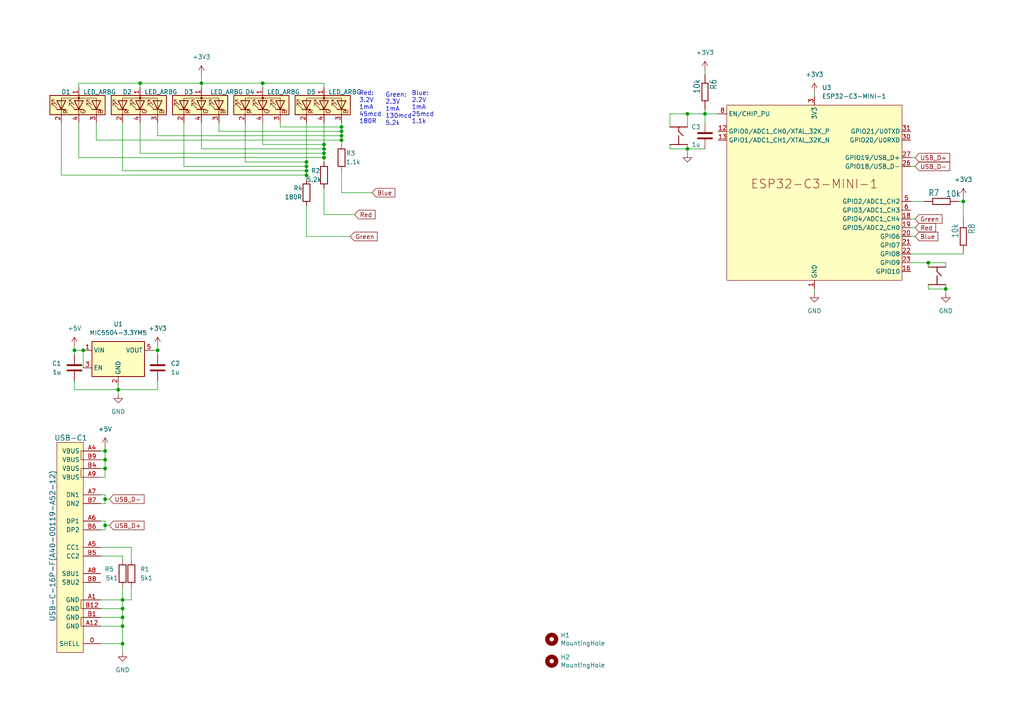
<source format=kicad_sch>
(kicad_sch (version 20231120) (generator "eeschema") (generator_version "8.0")
  (paper "A4")
  (title_block (title "Rapid Training Target") (date "2023-08-28") (rev "C") (company "Rev C: Added Bootstrapping") (comment 1 "Rev B: Change to integrated MCU") (comment 2 "Rev A: Initial Commit"))
  (lib_symbols
    (symbol "+5V_2" (power) (pin_names (offset 0))
      (property "Value" "+5V_2" (at 0 3.556 0))
      (symbol "+5V_2_0_1"
        (polyline (pts (xy -0.762 1.27) (xy 0 2.54)))
        (polyline (pts (xy 0 0) (xy 0 2.54)))
        (polyline (pts (xy 0 2.54) (xy 0.762 1.27)))
      )
      (symbol "+5V_2_1_1"
        (pin power_in line (at 0 0 90) (length 0) hide (name "+5V") (number "1"))
      )
    )
    (symbol "+5V_3" (power) (pin_names (offset 0))
      (property "Value" "+5V_3" (at 0 3.556 0))
      (symbol "+5V_3_0_1"
        (polyline (pts (xy -0.762 1.27) (xy 0 2.54)))
        (polyline (pts (xy 0 0) (xy 0 2.54)))
        (polyline (pts (xy 0 2.54) (xy 0.762 1.27)))
      )
      (symbol "+5V_3_1_1"
        (pin power_in line (at 0 0 90) (length 0) hide (name "+5V") (number "1"))
      )
    )
    (symbol "BUTTON_4PIN_TS_1177_2"
      (symbol "BUTTON_4PIN_TS_1177_2_1_0"
        (polyline (pts (xy -2.54 0) (xy 0 0)) (stroke (width 0.254)))
        (polyline (pts (xy -2.54 5.08) (xy 0 5.08)) (stroke (width 0.254)))
        (polyline (pts (xy 0 0) (xy 2.54 0)) (stroke (width 0.254)))
        (polyline (pts (xy 0 2.54) (xy 0 0)) (stroke (width 0.254)))
        (polyline (pts (xy 0 3.81) (xy 1.27 2.54)) (stroke (width 0.254)))
        (polyline (pts (xy 0 5.08) (xy 0 3.81)) (stroke (width 0.254)))
        (polyline (pts (xy 0 5.08) (xy 2.54 5.08)) (stroke (width 0.254)))
        (pin bidirectional line (at -2.54 5.08 0) (length 0) (name "1") (number "P1"))
        (pin bidirectional line (at 2.54 5.08 0) (length 0) (name "2") (number "P2"))
        (pin bidirectional line (at -2.54 0 0) (length 0) (name "3") (number "P3"))
        (pin bidirectional line (at 2.54 0 0) (length 0) (name "4") (number "P4"))
      )
    )
    (symbol "Device:C" (pin_numbers hide) (pin_names (offset 0.254))
      (property "Reference" "C" (at 0.635 2.54 0))
      (property "Value" "C" (at 0.635 -2.54 0))
      (symbol "C_0_1"
        (polyline (pts (xy -2.032 -0.762) (xy 2.032 -0.762)) (stroke (width 0.508)))
        (polyline (pts (xy -2.032 0.762) (xy 2.032 0.762)) (stroke (width 0.508)))
      )
      (symbol "C_1_1"
        (pin passive line (at 0 3.81 270) (length 2.794) (name "~") (number "1"))
        (pin passive line (at 0 -3.81 90) (length 2.794) (name "~") (number "2"))
      )
    )
    (symbol "Device:LED_ARBG" (pin_names (offset 0) hide)
      (property "Reference" "D" (at 0 9.398 0))
      (property "Value" "LED_ARBG" (at 0 -8.89 0))
      (symbol "LED_ARBG_0_0"
        (text "B" (at -1.905 -6.35 0) (effects (font (size 1.27 1.27))))
        (text "G" (at -1.905 -1.27 0) (effects (font (size 1.27 1.27))))
        (text "R" (at -1.905 3.81 0) (effects (font (size 1.27 1.27))))
      )
      (symbol "LED_ARBG_0_1"
        (polyline (pts (xy -1.27 -5.08) (xy -2.54 -5.08)))
        (polyline (pts (xy -1.27 -5.08) (xy 1.27 -5.08)))
        (polyline (pts (xy -1.27 -3.81) (xy -1.27 -6.35)) (stroke (width 0.254)))
        (polyline (pts (xy -1.27 0) (xy -2.54 0)))
        (polyline (pts (xy -1.27 1.27) (xy -1.27 -1.27)) (stroke (width 0.254)))
        (polyline (pts (xy -1.27 5.08) (xy -2.54 5.08)))
        (polyline (pts (xy -1.27 5.08) (xy 1.27 5.08)))
        (polyline (pts (xy -1.27 6.35) (xy -1.27 3.81)) (stroke (width 0.254)))
        (polyline (pts (xy 1.27 0) (xy -1.27 0)))
        (polyline (pts (xy 1.27 0) (xy 2.54 0)))
        (polyline (pts (xy -1.27 1.27) (xy -1.27 -1.27) (xy -1.27 -1.27)))
        (polyline (pts (xy -1.27 6.35) (xy -1.27 3.81) (xy -1.27 3.81)))
        (polyline (pts (xy 1.27 -5.08) (xy 2.032 -5.08) (xy 2.032 5.08) (xy 1.27 5.08)))
        (polyline (pts (xy 1.27 -3.81) (xy 1.27 -6.35) (xy -1.27 -5.08) (xy 1.27 -3.81)) (stroke (width 0.254)))
        (polyline (pts (xy 1.27 1.27) (xy 1.27 -1.27) (xy -1.27 0) (xy 1.27 1.27)) (stroke (width 0.254)))
        (polyline (pts (xy 1.27 6.35) (xy 1.27 3.81) (xy -1.27 5.08) (xy 1.27 6.35)) (stroke (width 0.254)))
        (polyline (pts (xy -1.016 -3.81) (xy 0.508 -2.286) (xy -0.254 -2.286) (xy 0.508 -2.286) (xy 0.508 -3.048)))
        (polyline (pts (xy -1.016 1.27) (xy 0.508 2.794) (xy -0.254 2.794) (xy 0.508 2.794) (xy 0.508 2.032)))
        (polyline (pts (xy -1.016 6.35) (xy 0.508 7.874) (xy -0.254 7.874) (xy 0.508 7.874) (xy 0.508 7.112)))
        (polyline (pts (xy 0 -3.81) (xy 1.524 -2.286) (xy 0.762 -2.286) (xy 1.524 -2.286) (xy 1.524 -3.048)))
        (polyline (pts (xy 0 1.27) (xy 1.524 2.794) (xy 0.762 2.794) (xy 1.524 2.794) (xy 1.524 2.032)))
        (polyline (pts (xy 0 6.35) (xy 1.524 7.874) (xy 0.762 7.874) (xy 1.524 7.874) (xy 1.524 7.112)))
        (rectangle (start 1.27 -1.27) (end 1.27 1.27))
        (rectangle (start 1.27 1.27) (end 1.27 1.27))
        (rectangle (start 1.27 3.81) (end 1.27 6.35))
        (rectangle (start 1.27 6.35) (end 1.27 6.35))
        (circle (center 2.032 0) (radius 0.254) (fill (type outline)))
        (rectangle (start 2.794 8.382) (end -2.794 -7.62) (stroke (width 0.254)) (fill (type background)))
      )
      (symbol "LED_ARBG_1_1"
        (pin passive line (at 5.08 0 180) (length 2.54) (name "A") (number "1"))
        (pin passive line (at -5.08 5.08 0) (length 2.54) (name "RK") (number "2"))
        (pin passive line (at -5.08 -5.08 0) (length 2.54) (name "BK") (number "3"))
        (pin passive line (at -5.08 0 0) (length 2.54) (name "GK") (number "4"))
      )
    )
    (symbol "Device:R" (pin_numbers hide) (pin_names (offset 0))
      (property "Reference" "R" (at 2.032 0 90))
      (property "Value" "R" (at 0 0 90))
      (symbol "R_0_1"
        (rectangle (start -1.016 -2.54) (end 1.016 2.54) (stroke (width 0.254)))
      )
      (symbol "R_1_1"
        (pin passive line (at 0 3.81 270) (length 1.27) (name "~") (number "1"))
        (pin passive line (at 0 -3.81 90) (length 1.27) (name "~") (number "2"))
      )
    )
    (symbol "GND_2" (power) (pin_names (offset 0))
      (property "Value" "GND_2" (at 0 -3.81 0))
      (symbol "GND_2_0_1"
        (polyline (pts (xy 0 0) (xy 0 -1.27) (xy 1.27 -1.27) (xy 0 -2.54) (xy -1.27 -1.27) (xy 0 -1.27)))
      )
      (symbol "GND_2_1_1"
        (pin power_in line (at 0 0 270) (length 0) hide (name "GND") (number "1"))
      )
    )
    (symbol "GND_3" (power) (pin_names (offset 0))
      (property "Value" "GND_3" (at 0 -3.81 0))
      (symbol "GND_3_0_1"
        (polyline (pts (xy 0 0) (xy 0 -1.27) (xy 1.27 -1.27) (xy 0 -2.54) (xy -1.27 -1.27) (xy 0 -1.27)))
      )
      (symbol "GND_3_1_1"
        (pin power_in line (at 0 0 270) (length 0) hide (name "GND") (number "1"))
      )
    )
    (symbol "Mechanical:MountingHole" (pin_names (offset 1.016))
      (property "Reference" "H" (at 0 5.08 0))
      (property "Value" "MountingHole" (at 0 3.175 0))
      (symbol "MountingHole_0_1"
        (circle (center 0 0) (radius 1.27) (stroke (width 1.27)))
      )
    )
    (symbol "PCM_Espressif:ESP32-C3-MINI-1"
      (property "Reference" "U" (at -25.4 30.48 0))
      (property "Value" "ESP32-C3-MINI-1" (at -25.4 27.94 0))
      (symbol "ESP32-C3-MINI-1_0_0"
        (text "ESP32-C3-MINI-1" (at 0 2.54 0) (effects (font (size 2.54 2.54))))
      )
      (symbol "ESP32-C3-MINI-1_0_1"
        (rectangle (start -25.4 25.4) (end 25.4 -25.4) (fill (type background)))
      )
      (symbol "ESP32-C3-MINI-1_1_1"
        (pin power_in line (at 0 -27.94 90) (length 2.54) (name "GND") (number "1"))
        (pin no_connect line (at -25.4 2.54 0) (length 2.54) hide (name "NC") (number "10"))
        (pin passive line (at 0 -27.94 90) (length 2.54) hide (name "GND") (number "11"))
        (pin bidirectional line (at -27.94 17.78 0) (length 2.54) (name "GPIO0/ADC1_CH0/XTAL_32K_P") (number "12"))
        (pin bidirectional line (at -27.94 15.24 0) (length 2.54) (name "GPIO1/ADC1_CH1/XTAL_32K_N") (number "13"))
        (pin passive line (at 0 -27.94 90) (length 2.54) hide (name "GND") (number "14"))
        (pin no_connect line (at -25.4 0 0) (length 2.54) hide (name "NC") (number "15"))
        (pin bidirectional line (at 27.94 -22.86 180) (length 2.54) (name "GPIO10") (number "16"))
        (pin no_connect line (at -25.4 -2.54 0) (length 2.54) hide (name "NC") (number "17"))
        (pin bidirectional line (at 27.94 -7.62 180) (length 2.54) (name "GPIO4/ADC1_CH4") (number "18"))
        (pin bidirectional line (at 27.94 -10.16 180) (length 2.54) (name "GPIO5/ADC2_CH0") (number "19"))
        (pin passive line (at 0 -27.94 90) (length 2.54) hide (name "GND") (number "2"))
        (pin bidirectional line (at 27.94 -12.7 180) (length 2.54) (name "GPIO6") (number "20"))
        (pin bidirectional line (at 27.94 -15.24 180) (length 2.54) (name "GPIO7") (number "21"))
        (pin bidirectional line (at 27.94 -17.78 180) (length 2.54) (name "GPIO8") (number "22"))
        (pin bidirectional line (at 27.94 -20.32 180) (length 2.54) (name "GPIO9") (number "23"))
        (pin no_connect line (at -25.4 -5.08 0) (length 2.54) hide (name "NC") (number "24"))
        (pin no_connect line (at -25.4 -7.62 0) (length 2.54) hide (name "NC") (number "25"))
        (pin bidirectional line (at 27.94 7.62 180) (length 2.54) (name "GPIO18/USB_D-") (number "26"))
        (pin bidirectional line (at 27.94 10.16 180) (length 2.54) (name "GPIO19/USB_D+") (number "27"))
        (pin no_connect line (at -25.4 -10.16 0) (length 2.54) hide (name "NC") (number "28"))
        (pin no_connect line (at -25.4 -12.7 0) (length 2.54) hide (name "NC") (number "29"))
        (pin power_in line (at 0 27.94 270) (length 2.54) (name "3V3") (number "3"))
        (pin bidirectional line (at 27.94 15.24 180) (length 2.54) (name "GPIO20/U0RXD") (number "30"))
        (pin bidirectional line (at 27.94 17.78 180) (length 2.54) (name "GPIO21/U0TXD") (number "31"))
        (pin no_connect line (at -25.4 -15.24 0) (length 2.54) hide (name "NC") (number "32"))
        (pin no_connect line (at -25.4 -17.78 0) (length 2.54) hide (name "NC") (number "33"))
        (pin no_connect line (at -25.4 -20.32 0) (length 2.54) hide (name "NC") (number "34"))
        (pin no_connect line (at -25.4 -22.86 0) (length 2.54) hide (name "NC") (number "35"))
        (pin passive line (at 0 -27.94 90) (length 2.54) hide (name "GND") (number "36"))
        (pin passive line (at 0 -27.94 90) (length 2.54) hide (name "GND") (number "37"))
        (pin passive line (at 0 -27.94 90) (length 2.54) hide (name "GND") (number "38"))
        (pin passive line (at 0 -27.94 90) (length 2.54) hide (name "GND") (number "39"))
        (pin no_connect line (at -25.4 10.16 0) (length 2.54) hide (name "NC") (number "4"))
        (pin passive line (at 0 -27.94 90) (length 2.54) hide (name "GND") (number "40"))
        (pin passive line (at 0 -27.94 90) (length 2.54) hide (name "GND") (number "41"))
        (pin passive line (at 0 -27.94 90) (length 2.54) hide (name "GND") (number "42"))
        (pin passive line (at 0 -27.94 90) (length 2.54) hide (name "GND") (number "43"))
        (pin passive line (at 0 -27.94 90) (length 2.54) hide (name "GND") (number "44"))
        (pin passive line (at 0 -27.94 90) (length 2.54) hide (name "GND") (number "45"))
        (pin passive line (at 0 -27.94 90) (length 2.54) hide (name "GND") (number "46"))
        (pin passive line (at 0 -27.94 90) (length 2.54) hide (name "GND") (number "47"))
        (pin passive line (at 0 -27.94 90) (length 2.54) hide (name "GND") (number "48"))
        (pin passive line (at 0 -27.94 90) (length 2.54) hide (name "GND") (number "49"))
        (pin bidirectional line (at 27.94 -2.54 180) (length 2.54) (name "GPIO2/ADC1_CH2") (number "5"))
        (pin passive line (at 0 -27.94 90) (length 2.54) hide (name "GND") (number "50"))
        (pin passive line (at 0 -27.94 90) (length 2.54) hide (name "GND") (number "51"))
        (pin passive line (at 0 -27.94 90) (length 2.54) hide (name "GND") (number "52"))
        (pin passive line (at 0 -27.94 90) (length 2.54) hide (name "GND") (number "53"))
        (pin bidirectional line (at 27.94 -5.08 180) (length 2.54) (name "GPIO3/ADC1_CH3") (number "6"))
        (pin no_connect line (at -25.4 7.62 0) (length 2.54) hide (name "NC") (number "7"))
        (pin input line (at -27.94 22.86 0) (length 2.54) (name "EN/CHIP_PU") (number "8"))
        (pin no_connect line (at -25.4 5.08 0) (length 2.54) hide (name "NC") (number "9"))
      )
    )
    (symbol "Regulator_Linear:MIC5504-3.3YM5"
      (property "Reference" "U" (at -7.62 8.89 0))
      (property "Value" "MIC5504-3.3YM5" (at -7.62 6.35 0))
      (symbol "MIC5504-3.3YM5_0_1"
        (rectangle (start -7.62 -5.08) (end 7.62 5.08) (stroke (width 0.254)) (fill (type background)))
      )
      (symbol "MIC5504-3.3YM5_1_1"
        (pin power_in line (at -10.16 2.54 0) (length 2.54) (name "VIN") (number "1"))
        (pin power_in line (at 0 -7.62 90) (length 2.54) (name "GND") (number "2"))
        (pin input line (at -10.16 -2.54 0) (length 2.54) (name "EN") (number "3"))
        (pin no_connect line (at 7.62 -2.54 180) (length 2.54) hide (name "NC") (number "4"))
        (pin power_out line (at 10.16 2.54 180) (length 2.54) (name "VOUT") (number "5"))
      )
    )
    (symbol "personal2:USB2.0_TYPE-C(A40-00119-A52-12)" (pin_names (offset 1.016))
      (property "Reference" "USB-C1" (at -5.08 33.02 0))
      (property "Value" "USB-C-16P-F(A40-00119-A52-12)" (at 7.62 -22.86 90))
      (symbol "USB2.0_TYPE-C(A40-00119-A52-12)_0_1"
        (rectangle (start -2.54 30.48) (end 5.08 -30.48) (fill (type background)))
        (polyline (pts (xy -2.54 -20.32) (xy -1.905 -20.32) (xy -1.905 -22.86) (xy -2.54 -22.86)))
        (polyline (pts (xy -2.54 -15.24) (xy -1.905 -15.24) (xy -1.905 -17.78) (xy -2.54 -17.78)))
        (polyline (pts (xy -2.54 22.86) (xy -1.905 22.86) (xy -1.905 20.32) (xy -2.54 20.32)))
        (polyline (pts (xy -2.54 27.94) (xy -1.905 27.94) (xy -1.905 25.4) (xy -2.54 25.4)))
      )
      (symbol "USB2.0_TYPE-C(A40-00119-A52-12)_1_1"
        (pin passive line (at -7.62 -27.94 0) (length 5.08) (name "SHELL") (number "0"))
        (pin power_in line (at -7.62 -15.24 0) (length 5.08) (name "GND") (number "A1"))
        (pin power_in line (at -7.62 -22.86 0) (length 5.08) (name "GND") (number "A12"))
        (pin power_in line (at -7.62 27.94 0) (length 5.08) (name "VBUS") (number "A4"))
        (pin input line (at -7.62 0 0) (length 5.08) (name "CC1") (number "A5"))
        (pin bidirectional line (at -7.62 7.62 0) (length 5.08) (name "DP1") (number "A6"))
        (pin bidirectional line (at -7.62 15.24 0) (length 5.08) (name "DN1") (number "A7"))
        (pin bidirectional line (at -7.62 -7.62 0) (length 5.08) (name "SBU1") (number "A8"))
        (pin power_in line (at -7.62 20.32 0) (length 5.08) (name "VBUS") (number "A9"))
        (pin power_in line (at -7.62 -20.32 0) (length 5.08) (name "GND") (number "B1"))
        (pin power_in line (at -7.62 -17.78 0) (length 5.08) (name "GND") (number "B12"))
        (pin power_in line (at -7.62 22.86 0) (length 5.08) (name "VBUS") (number "B4"))
        (pin input line (at -7.62 -2.54 0) (length 5.08) (name "CC2") (number "B5"))
        (pin bidirectional line (at -7.62 5.08 0) (length 5.08) (name "DP2") (number "B6"))
        (pin bidirectional line (at -7.62 12.7 0) (length 5.08) (name "DN2") (number "B7"))
        (pin bidirectional line (at -7.62 -10.16 0) (length 5.08) (name "SBU2") (number "B8"))
        (pin power_in line (at -7.62 25.4 0) (length 5.08) (name "VBUS") (number "B9"))
      )
    )
    (symbol "picoclick_c3_v1.1-eagle-import:moekoe_rcl_R0402"
      (property "Reference" "R" (at -3.81 1.4986 0))
      (symbol "moekoe_rcl_R0402_1_0"
        (polyline (pts (xy -2.54 -0.889) (xy -2.54 0.889)) (stroke (width 0.254)))
        (polyline (pts (xy -2.54 -0.889) (xy 2.54 -0.889)) (stroke (width 0.254)))
        (polyline (pts (xy 2.54 -0.889) (xy 2.54 0.889)) (stroke (width 0.254)))
        (polyline (pts (xy 2.54 0.889) (xy -2.54 0.889)) (stroke (width 0.254)))
        (pin passive line (at -5.08 0 0) (length 2.54) (name "1") (number "1"))
        (pin passive line (at 5.08 0 180) (length 2.54) (name "2") (number "2"))
      )
    )
    (symbol "power:+3V3" (power) (pin_names (offset 0))
      (property "Value" "+3V3" (at 0 3.556 0))
      (symbol "+3V3_0_1"
        (polyline (pts (xy -0.762 1.27) (xy 0 2.54)))
        (polyline (pts (xy 0 0) (xy 0 2.54)))
        (polyline (pts (xy 0 2.54) (xy 0.762 1.27)))
      )
      (symbol "+3V3_1_1"
        (pin power_in line (at 0 0 90) (length 0) hide (name "+3V3") (number "1"))
      )
    )
    (symbol "power:GND" (power) (pin_names (offset 0))
      (property "Value" "GND" (at 0 -3.81 0))
      (symbol "GND_0_1"
        (polyline (pts (xy 0 0) (xy 0 -1.27) (xy 1.27 -1.27) (xy 0 -2.54) (xy -1.27 -1.27) (xy 0 -1.27)))
      )
      (symbol "GND_1_1"
        (pin power_in line (at 0 0 270) (length 0) hide (name "GND") (number "1"))
      )
    )
  )
  (junction (at 76.2 24.13))
  (junction (at 35.56 176.53))
  (junction (at 88.9 49.53))
  (junction (at 34.29 113.03))
  (junction (at 45.72 101.6))
  (junction (at 269.24 76.2))
  (junction (at 21.59 101.6))
  (junction (at 99.06 39.37))
  (junction (at 88.9 50.8))
  (junction (at 88.9 48.26))
  (junction (at 24.13 101.6))
  (junction (at 30.48 144.78))
  (junction (at 204.47 33.02))
  (junction (at 58.42 24.13))
  (junction (at 30.48 135.89))
  (junction (at 35.56 173.99))
  (junction (at 93.98 44.45))
  (junction (at 30.48 152.4))
  (junction (at 274.32 83.82))
  (junction (at 199.39 33.02))
  (junction (at 35.56 186.69))
  (junction (at 99.06 36.83))
  (junction (at 93.98 41.91))
  (junction (at 93.98 43.18))
  (junction (at 99.06 38.1))
  (junction (at 99.06 40.64))
  (junction (at 88.9 46.99))
  (junction (at 35.56 181.61))
  (junction (at 279.4 58.42))
  (junction (at 199.39 43.18))
  (junction (at 30.48 133.35))
  (junction (at 30.48 130.81))
  (junction (at 93.98 45.72))
  (junction (at 40.64 24.13))
  (junction (at 35.56 179.07))
  (wire (pts (xy 264.16 63.5) (xy 265.43 63.5)))
  (wire (pts (xy 264.16 58.42) (xy 267.97 58.42)))
  (wire (pts (xy 35.56 179.07) (xy 35.56 176.53)))
  (wire (pts (xy 58.42 21.59) (xy 58.42 24.13)))
  (wire (pts (xy 71.12 35.56) (xy 71.12 46.99)))
  (wire (pts (xy 30.48 152.4) (xy 31.75 152.4)))
  (wire (pts (xy 93.98 41.91) (xy 93.98 43.18)))
  (wire (pts (xy 30.48 138.43) (xy 30.48 135.89)))
  (wire (pts (xy 35.56 173.99) (xy 29.21 173.99)))
  (wire (pts (xy 27.94 35.56) (xy 27.94 40.64)))
  (wire (pts (xy 30.48 144.78) (xy 31.75 144.78)))
  (wire (pts (xy 99.06 35.56) (xy 99.06 36.83)))
  (wire (pts (xy 204.47 20.32) (xy 204.47 21.59)))
  (wire (pts (xy 76.2 35.56) (xy 76.2 41.91)))
  (wire (pts (xy 264.16 45.72) (xy 265.43 45.72)))
  (wire (pts (xy 38.1 173.99) (xy 35.56 173.99)))
  (wire (pts (xy 45.72 110.49) (xy 45.72 113.03)))
  (wire (pts (xy 30.48 143.51) (xy 30.48 144.78)))
  (wire (pts (xy 58.42 35.56) (xy 58.42 43.18)))
  (wire (pts (xy 45.72 113.03) (xy 34.29 113.03)))
  (wire (pts (xy 29.21 176.53) (xy 35.56 176.53)))
  (wire (pts (xy 88.9 48.26) (xy 88.9 49.53)))
  (wire (pts (xy 22.86 35.56) (xy 22.86 45.72)))
  (wire (pts (xy 93.98 44.45) (xy 93.98 45.72)))
  (wire (pts (xy 29.21 143.51) (xy 30.48 143.51)))
  (wire (pts (xy 30.48 152.4) (xy 30.48 153.67)))
  (wire (pts (xy 204.47 33.02) (xy 204.47 35.56)))
  (wire (pts (xy 30.48 130.81) (xy 30.48 133.35)))
  (wire (pts (xy 93.98 35.56) (xy 93.98 41.91)))
  (wire (pts (xy 21.59 113.03) (xy 34.29 113.03)))
  (wire (pts (xy 63.5 35.56) (xy 63.5 38.1)))
  (wire (pts (xy 264.16 68.58) (xy 265.43 68.58)))
  (wire (pts (xy 279.4 73.66) (xy 264.16 73.66)))
  (wire (pts (xy 199.39 33.02) (xy 204.47 33.02)))
  (wire (pts (xy 194.31 33.02) (xy 199.39 33.02)))
  (wire (pts (xy 278.13 58.42) (xy 279.4 58.42)))
  (wire (pts (xy 269.24 83.82) (xy 269.24 82.55)))
  (wire (pts (xy 279.4 57.15) (xy 279.4 58.42)))
  (wire (pts (xy 30.48 129.54) (xy 30.48 130.81)))
  (wire (pts (xy 24.13 106.68) (xy 24.13 101.6)))
  (wire (pts (xy 35.56 35.56) (xy 35.56 49.53)))
  (wire (pts (xy 34.29 111.76) (xy 34.29 113.03)))
  (wire (pts (xy 99.06 55.88) (xy 107.95 55.88)))
  (wire (pts (xy 29.21 153.67) (xy 30.48 153.67)))
  (wire (pts (xy 58.42 25.4) (xy 58.42 24.13)))
  (wire (pts (xy 274.32 83.82) (xy 269.24 83.82)))
  (wire (pts (xy 29.21 181.61) (xy 35.56 181.61)))
  (wire (pts (xy 99.06 39.37) (xy 99.06 40.64)))
  (wire (pts (xy 29.21 151.13) (xy 30.48 151.13)))
  (wire (pts (xy 21.59 110.49) (xy 21.59 113.03)))
  (wire (pts (xy 38.1 158.75) (xy 38.1 162.56)))
  (wire (pts (xy 264.16 48.26) (xy 265.43 48.26)))
  (wire (pts (xy 45.72 101.6) (xy 45.72 100.33)))
  (wire (pts (xy 30.48 133.35) (xy 30.48 135.89)))
  (wire (pts (xy 93.98 45.72) (xy 93.98 46.99)))
  (wire (pts (xy 76.2 25.4) (xy 76.2 24.13)))
  (wire (pts (xy 22.86 25.4) (xy 22.86 24.13)))
  (wire (pts (xy 17.78 50.8) (xy 88.9 50.8)))
  (wire (pts (xy 21.59 101.6) (xy 21.59 100.33)))
  (wire (pts (xy 45.72 35.56) (xy 45.72 39.37)))
  (wire (pts (xy 30.48 135.89) (xy 29.21 135.89)))
  (wire (pts (xy 199.39 43.18) (xy 204.47 43.18)))
  (wire (pts (xy 88.9 59.69) (xy 88.9 68.58)))
  (wire (pts (xy 99.06 49.53) (xy 99.06 55.88)))
  (wire (pts (xy 93.98 25.4) (xy 93.98 24.13)))
  (wire (pts (xy 53.34 48.26) (xy 88.9 48.26)))
  (wire (pts (xy 21.59 101.6) (xy 21.59 102.87)))
  (wire (pts (xy 204.47 33.02) (xy 208.28 33.02)))
  (wire (pts (xy 58.42 24.13) (xy 40.64 24.13)))
  (wire (pts (xy 63.5 38.1) (xy 99.06 38.1)))
  (wire (pts (xy 30.48 144.78) (xy 30.48 146.05)))
  (wire (pts (xy 35.56 176.53) (xy 35.56 173.99)))
  (wire (pts (xy 71.12 46.99) (xy 88.9 46.99)))
  (wire (pts (xy 35.56 181.61) (xy 35.56 179.07)))
  (wire (pts (xy 22.86 24.13) (xy 40.64 24.13)))
  (wire (pts (xy 194.31 33.02) (xy 194.31 36.83)))
  (wire (pts (xy 81.28 35.56) (xy 81.28 36.83)))
  (wire (pts (xy 199.39 43.18) (xy 199.39 44.45)))
  (wire (pts (xy 35.56 161.29) (xy 29.21 161.29)))
  (wire (pts (xy 199.39 43.18) (xy 194.31 43.18)))
  (wire (pts (xy 29.21 138.43) (xy 30.48 138.43)))
  (wire (pts (xy 269.24 76.2) (xy 269.24 77.47)))
  (wire (pts (xy 93.98 62.23) (xy 102.87 62.23)))
  (wire (pts (xy 88.9 49.53) (xy 88.9 50.8)))
  (wire (pts (xy 199.39 33.02) (xy 199.39 36.83)))
  (wire (pts (xy 93.98 54.61) (xy 93.98 62.23)))
  (wire (pts (xy 40.64 44.45) (xy 93.98 44.45)))
  (wire (pts (xy 38.1 170.18) (xy 38.1 173.99)))
  (wire (pts (xy 81.28 36.83) (xy 99.06 36.83)))
  (wire (pts (xy 236.22 26.67) (xy 236.22 27.94)))
  (wire (pts (xy 24.13 101.6) (xy 21.59 101.6)))
  (wire (pts (xy 35.56 170.18) (xy 35.56 173.99)))
  (wire (pts (xy 274.32 82.55) (xy 274.32 83.82)))
  (wire (pts (xy 35.56 162.56) (xy 35.56 161.29)))
  (wire (pts (xy 236.22 83.82) (xy 236.22 85.09)))
  (wire (pts (xy 53.34 35.56) (xy 53.34 48.26)))
  (wire (pts (xy 204.47 31.75) (xy 204.47 33.02)))
  (wire (pts (xy 44.45 101.6) (xy 45.72 101.6)))
  (wire (pts (xy 264.16 76.2) (xy 269.24 76.2)))
  (wire (pts (xy 29.21 158.75) (xy 38.1 158.75)))
  (wire (pts (xy 274.32 76.2) (xy 274.32 77.47)))
  (wire (pts (xy 40.64 24.13) (xy 40.64 25.4)))
  (wire (pts (xy 29.21 179.07) (xy 35.56 179.07)))
  (wire (pts (xy 22.86 45.72) (xy 93.98 45.72)))
  (wire (pts (xy 88.9 50.8) (xy 88.9 52.07)))
  (wire (pts (xy 35.56 186.69) (xy 35.56 181.61)))
  (wire (pts (xy 58.42 43.18) (xy 93.98 43.18)))
  (wire (pts (xy 45.72 101.6) (xy 45.72 102.87)))
  (wire (pts (xy 35.56 186.69) (xy 35.56 189.23)))
  (wire (pts (xy 29.21 186.69) (xy 35.56 186.69)))
  (wire (pts (xy 194.31 43.18) (xy 194.31 41.91)))
  (wire (pts (xy 17.78 35.56) (xy 17.78 50.8)))
  (wire (pts (xy 93.98 43.18) (xy 93.98 44.45)))
  (wire (pts (xy 27.94 40.64) (xy 99.06 40.64)))
  (wire (pts (xy 199.39 41.91) (xy 199.39 43.18)))
  (wire (pts (xy 30.48 151.13) (xy 30.48 152.4)))
  (wire (pts (xy 29.21 130.81) (xy 30.48 130.81)))
  (wire (pts (xy 45.72 39.37) (xy 99.06 39.37)))
  (wire (pts (xy 35.56 49.53) (xy 88.9 49.53)))
  (wire (pts (xy 274.32 83.82) (xy 274.32 85.09)))
  (wire (pts (xy 34.29 114.3) (xy 34.29 113.03)))
  (wire (pts (xy 76.2 24.13) (xy 93.98 24.13)))
  (wire (pts (xy 99.06 40.64) (xy 99.06 41.91)))
  (wire (pts (xy 40.64 35.56) (xy 40.64 44.45)))
  (wire (pts (xy 76.2 41.91) (xy 93.98 41.91)))
  (wire (pts (xy 29.21 133.35) (xy 30.48 133.35)))
  (wire (pts (xy 99.06 36.83) (xy 99.06 38.1)))
  (wire (pts (xy 279.4 58.42) (xy 279.4 63.5)))
  (wire (pts (xy 88.9 46.99) (xy 88.9 48.26)))
  (wire (pts (xy 88.9 35.56) (xy 88.9 46.99)))
  (wire (pts (xy 88.9 68.58) (xy 101.6 68.58)))
  (wire (pts (xy 269.24 76.2) (xy 274.32 76.2)))
  (wire (pts (xy 29.21 146.05) (xy 30.48 146.05)))
  (wire (pts (xy 58.42 24.13) (xy 76.2 24.13)))
  (wire (pts (xy 99.06 38.1) (xy 99.06 39.37)))
  (wire (pts (xy 264.16 66.04) (xy 265.43 66.04)))
  (text "Green:\n2.3V\n1mA\n130mcd\n5.2k\n\n\n" (at 111.76 40.64 0) (effects (font (size 1.27 1.27)) (justify left bottom)))
  (text "Blue:\n2.2V\n1mA\n25mcd\n1.1k\n\n" (at 119.38 38.1 0) (effects (font (size 1.27 1.27)) (justify left bottom)))
  (text "Red:\n3.2V\n1mA\n45mcd\n180R\n\n" (at 104.14 38.1 0) (effects (font (size 1.27 1.27)) (justify left bottom)))
  (global_label "USB_D-" (shape input) (at 265.43 48.26 0) (property "Intersheetrefs" "${INTERSHEET_REFS}" (effects (hide yes))))
  (global_label "Red" (shape input) (at 265.43 66.04 0) (property "Intersheetrefs" "${INTERSHEET_REFS}" (effects (hide yes))))
  (global_label "Green" (shape input) (at 265.43 63.5 0) (property "Intersheetrefs" "${INTERSHEET_REFS}" (effects (hide yes))))
  (global_label "Blue" (shape input) (at 107.95 55.88 0) (property "Intersheetrefs" "${INTERSHEET_REFS}" (effects (hide yes))))
  (global_label "USB_D-" (shape input) (at 31.75 144.78 0) (property "Intersheetrefs" "${INTERSHEET_REFS}" (effects (hide yes))))
  (global_label "Green" (shape input) (at 101.6 68.58 0) (property "Intersheetrefs" "${INTERSHEET_REFS}" (effects (hide yes))))
  (global_label "Red" (shape input) (at 102.87 62.23 0) (property "Intersheetrefs" "${INTERSHEET_REFS}" (effects (hide yes))))
  (global_label "USB_D+" (shape input) (at 265.43 45.72 0) (property "Intersheetrefs" "${INTERSHEET_REFS}" (effects (hide yes))))
  (global_label "Blue" (shape input) (at 265.43 68.58 0) (property "Intersheetrefs" "${INTERSHEET_REFS}" (effects (hide yes))))
  (global_label "USB_D+" (shape input) (at 31.75 152.4 0) (property "Intersheetrefs" "${INTERSHEET_REFS}" (effects (hide yes))))
  (symbol (lib_name "BUTTON_4PIN_TS_1177_2") (lib_id "personal2:BUTTON_4PIN_TS_1177") (at 271.78 82.55 0) (unit 1)
    (property "Reference" "s2" (effects (hide yes)))
    (property "Value" "BUTTON_4PIN_TS_1177" (effects (hide yes)))
    (property "Footprint" "rapidtraining:TS-1177-C-B-B" (effects (hide yes)))
  )
  (symbol (lib_id "Device:C") (at 204.47 39.37 0) (mirror y) (unit 1)
    (property "Reference" "C3" (at 203.2 36.83 0) (effects (justify left)))
    (property "Value" "1u" (at 203.2 41.91 0) (effects (justify left)))
    (property "Footprint" "Capacitor_SMD:C_0603_1608Metric" (effects (hide yes)))
  )
  (symbol (lib_id "Device:LED_ARBG") (at 40.64 30.48 90) (unit 1)
    (property "Reference" "D2" (at 35.56 26.67 90) (effects (justify right)))
    (property "Value" "LED_ARBG" (at 41.91 26.67 90) (effects (justify right)))
    (property "Footprint" "training:DIODFN4_100X100X35L29X29N" (effects (hide yes)))
  )
  (symbol (lib_id "Device:R") (at 38.1 166.37 0) (mirror y) (unit 1)
    (property "Reference" "R1" (at 40.64 165.1 0) (effects (justify right)))
    (property "Value" "5k1" (at 40.64 167.64 0) (effects (justify right)))
    (property "Footprint" "Resistor_SMD:R_0603_1608Metric" (effects (hide yes)))
  )
  (symbol (lib_id "power:GND") (at 199.39 44.45 0) (unit 1)
    (property "Reference" "#PWR05" (effects (hide yes)))
    (property "Value" "GND" (effects (hide yes)))
  )
  (symbol (lib_id "Device:C") (at 45.72 106.68 0) (unit 1)
    (property "Reference" "C2" (at 49.53 105.41 0) (effects (justify left)))
    (property "Value" "1u" (at 49.53 107.95 0) (effects (justify left)))
    (property "Footprint" "Capacitor_SMD:C_0603_1608Metric" (effects (hide yes)))
  )
  (symbol (lib_id "PCM_Espressif:ESP32-C3-MINI-1") (at 236.22 55.88 0) (unit 1)
    (property "Reference" "U3" (at 238.4141 25.4 0) (effects (justify left)))
    (property "Value" "ESP32-C3-MINI-1" (at 238.4141 27.94 0) (effects (justify left)))
    (property "Footprint" "PCM_Espressif:ESP32-C3-MINI-1" (effects (hide yes)))
    (property "Datasheet" "https://www.espressif.com/sites/default/files/documentation/esp32-c3-mini-1_datasheet_en.pdf" (effects (hide yes)))
  )
  (symbol (lib_id "personal2:USB2.0_TYPE-C(A40-00119-A52-12)") (at 21.59 158.75 0) (mirror y) (unit 1)
    (property "Reference" "USB-C1" (at 25.4 127 0) (effects (font (size 1.524 1.524)) (justify left)))
    (property "Value" "USB-C-16P-F(A40-00119-A52-12)" (at 15.24 180.34 90) (effects (font (size 1.524 1.524)) (justify left)))
    (property "Footprint" "Personal:USB2.0_TYPE-C(A40-00119-A52-12)" (effects (hide yes)))
    (property "Datasheet" "https://gct.co/connector/usb4105" (effects (hide yes)))
  )
  (symbol (lib_id "power:+3V3") (at 279.4 57.15 0) (unit 1)
    (property "Reference" "#PWR016" (effects (hide yes)))
    (property "Value" "+3V3" (at 279.4 52.07 0))
  )
  (symbol (lib_id "Mechanical:MountingHole") (at 160.02 185.42 0) (unit 1)
    (property "Reference" "H1" (at 162.56 184.2516 0) (effects (justify left)))
    (property "Value" "MountingHole" (at 162.56 186.563 0) (effects (justify left)))
    (property "Footprint" "MountingHole:MountingHole_3.2mm_M3_DIN965_Pad" (effects (hide yes)))
  )
  (symbol (lib_id "picoclick_c3_v1.1-eagle-import:moekoe_rcl_R0402") (at 273.05 58.42 0) (unit 1)
    (property "Reference" "R7" (at 269.24 56.9214 0) (effects (font (size 1.778 1.5113)) (justify left bottom)))
    (property "Value" "10k" (at 274.32 57.15 0) (effects (font (size 1.778 1.5113)) (justify left bottom)))
    (property "Footprint" "Resistor_SMD:R_0603_1608Metric" (effects (hide yes)))
  )
  (symbol (lib_id "Mechanical:MountingHole") (at 160.02 191.77 0) (unit 1)
    (property "Reference" "H2" (at 162.56 190.6016 0) (effects (justify left)))
    (property "Value" "MountingHole" (at 162.56 192.913 0) (effects (justify left)))
    (property "Footprint" "MountingHole:MountingHole_3.2mm_M3_DIN965_Pad" (effects (hide yes)))
  )
  (symbol (lib_id "picoclick_c3_v1.1-eagle-import:moekoe_rcl_R0402") (at 279.4 68.58 270) (unit 1)
    (property "Reference" "R8" (at 280.8986 64.77 0) (effects (font (size 1.778 1.5113)) (justify left bottom)))
    (property "Value" "10k" (at 276.098 64.77 0) (effects (font (size 1.778 1.5113)) (justify left bottom)))
    (property "Footprint" "Resistor_SMD:R_0603_1608Metric" (effects (hide yes)))
  )
  (symbol (lib_id "Device:LED_ARBG") (at 93.98 30.48 90) (unit 1)
    (property "Reference" "D5" (at 88.9 26.67 90) (effects (justify right)))
    (property "Value" "LED_ARBG" (at 95.25 26.67 90) (effects (justify right)))
    (property "Footprint" "training:DIODFN4_100X100X35L29X29N" (effects (hide yes)))
  )
  (symbol (lib_id "Device:LED_ARBG") (at 76.2 30.48 90) (unit 1)
    (property "Reference" "D4" (at 71.12 26.67 90) (effects (justify right)))
    (property "Value" "LED_ARBG" (at 77.47 26.67 90) (effects (justify right)))
    (property "Footprint" "training:DIODFN4_100X100X35L29X29N" (effects (hide yes)))
  )
  (symbol (lib_id "power:+3V3") (at 204.47 20.32 0) (unit 1)
    (property "Reference" "#PWR09" (effects (hide yes)))
    (property "Value" "+3V3" (at 204.47 15.24 0))
  )
  (symbol (lib_name "BUTTON_4PIN_TS_1177_2") (lib_id "personal2:BUTTON_4PIN_TS_1177") (at 196.85 41.91 0) (unit 1)
    (property "Reference" "s1" (effects (hide yes)))
    (property "Value" "BUTTON_4PIN_TS_1177" (effects (hide yes)))
    (property "Footprint" "rapidtraining:TS-1177-C-B-B" (effects (hide yes)))
  )
  (symbol (lib_name "GND_3") (lib_id "power:GND") (at 34.29 114.3 0) (unit 1)
    (property "Reference" "#PWR010" (effects (hide yes)))
    (property "Value" "GND" (at 34.29 119.38 0))
  )
  (symbol (lib_id "picoclick_c3_v1.1-eagle-import:moekoe_rcl_R0402") (at 204.47 26.67 270) (unit 1)
    (property "Reference" "R6" (at 205.9686 22.86 0) (effects (font (size 1.778 1.5113)) (justify left bottom)))
    (property "Value" "10k" (at 201.168 22.86 0) (effects (font (size 1.778 1.5113)) (justify left bottom)))
    (property "Footprint" "Resistor_SMD:R_0603_1608Metric" (effects (hide yes)))
  )
  (symbol (lib_id "power:+3V3") (at 58.42 21.59 0) (unit 1)
    (property "Reference" "#PWR02" (effects (hide yes)))
    (property "Value" "+3V3" (at 58.42 16.51 0))
  )
  (symbol (lib_name "+5V_2") (lib_id "power:+5V") (at 30.48 129.54 0) (unit 1)
    (property "Reference" "#PWR07" (effects (hide yes)))
    (property "Value" "+5V" (at 30.48 124.46 0))
  )
  (symbol (lib_id "power:GND") (at 274.32 85.09 0) (unit 1)
    (property "Reference" "#PWR015" (effects (hide yes)))
    (property "Value" "GND" (at 274.32 90.17 0))
  )
  (symbol (lib_id "Device:R") (at 88.9 55.88 0) (unit 1)
    (property "Reference" "R4" (at 85.09 54.61 0) (effects (justify left)))
    (property "Value" "180R" (at 82.55 57.15 0) (effects (justify left)))
    (property "Footprint" "Resistor_SMD:R_0603_1608Metric" (effects (hide yes)))
  )
  (symbol (lib_id "Device:LED_ARBG") (at 58.42 30.48 90) (unit 1)
    (property "Reference" "D3" (at 53.34 26.67 90) (effects (justify right)))
    (property "Value" "LED_ARBG" (at 60.96 26.67 90) (effects (justify right)))
    (property "Footprint" "training:DIODFN4_100X100X35L29X29N" (effects (hide yes)))
  )
  (symbol (lib_id "Device:LED_ARBG") (at 22.86 30.48 90) (unit 1)
    (property "Reference" "D1" (at 17.78 26.67 90) (effects (justify right)))
    (property "Value" "LED_ARBG" (at 24.13 26.67 90) (effects (justify right)))
    (property "Footprint" "training:DIODFN4_100X100X35L29X29N" (effects (hide yes)))
  )
  (symbol (lib_id "Device:R") (at 99.06 45.72 0) (unit 1)
    (property "Reference" "R3" (at 100.33 44.45 0) (effects (justify left)))
    (property "Value" "1.1k" (at 100.33 46.99 0) (effects (justify left)))
    (property "Footprint" "Resistor_SMD:R_0603_1608Metric" (effects (hide yes)))
  )
  (symbol (lib_name "+5V_3") (lib_id "power:+5V") (at 21.59 100.33 0) (unit 1)
    (property "Reference" "#PWR08" (effects (hide yes)))
    (property "Value" "+5V" (at 21.59 95.25 0))
  )
  (symbol (lib_id "power:+3V3") (at 236.22 26.67 0) (unit 1)
    (property "Reference" "#PWR011" (effects (hide yes)))
    (property "Value" "+3V3" (at 236.22 21.59 0))
  )
  (symbol (lib_id "Device:C") (at 21.59 106.68 0) (mirror y) (unit 1)
    (property "Reference" "C1" (at 17.78 105.41 0) (effects (justify left)))
    (property "Value" "1u" (at 17.78 107.95 0) (effects (justify left)))
    (property "Footprint" "Capacitor_SMD:C_0603_1608Metric" (effects (hide yes)))
  )
  (symbol (lib_id "Device:R") (at 35.56 166.37 0) (unit 1)
    (property "Reference" "R5" (at 33.02 165.1 0) (effects (justify right)))
    (property "Value" "5k1" (at 34.29 167.64 0) (effects (justify right)))
    (property "Footprint" "Resistor_SMD:R_0603_1608Metric" (effects (hide yes)))
  )
  (symbol (lib_id "Regulator_Linear:MIC5504-3.3YM5") (at 34.29 104.14 0) (unit 1)
    (property "Reference" "U1" (at 34.29 93.98 0))
    (property "Value" "MIC5504-3.3YM5" (at 34.29 96.52 0))
    (property "Footprint" "Package_TO_SOT_SMD:SOT-23-5" (effects (hide yes)))
    (property "Datasheet" "http://ww1.microchip.com/downloads/en/DeviceDoc/MIC550X.pdf" (effects (hide yes)))
  )
  (symbol (lib_id "Device:R") (at 93.98 50.8 0) (unit 1)
    (property "Reference" "R2" (at 90.17 49.53 0) (effects (justify left)))
    (property "Value" "5.2k" (at 88.9 52.07 0) (effects (justify left)))
    (property "Footprint" "Resistor_SMD:R_0603_1608Metric" (effects (hide yes)))
  )
  (symbol (lib_name "GND_2") (lib_id "power:GND") (at 35.56 189.23 0) (unit 1)
    (property "Reference" "#PWR06" (effects (hide yes)))
    (property "Value" "GND" (at 35.56 194.31 0))
  )
  (symbol (lib_id "power:+3V3") (at 45.72 100.33 0) (unit 1)
    (property "Reference" "#PWR01" (effects (hide yes)))
    (property "Value" "+3V3" (at 45.72 95.25 0))
  )
  (symbol (lib_id "power:GND") (at 236.22 85.09 0) (unit 1)
    (property "Reference" "#PWR014" (effects (hide yes)))
    (property "Value" "GND" (at 236.22 90.17 0))
  )
)
</source>
